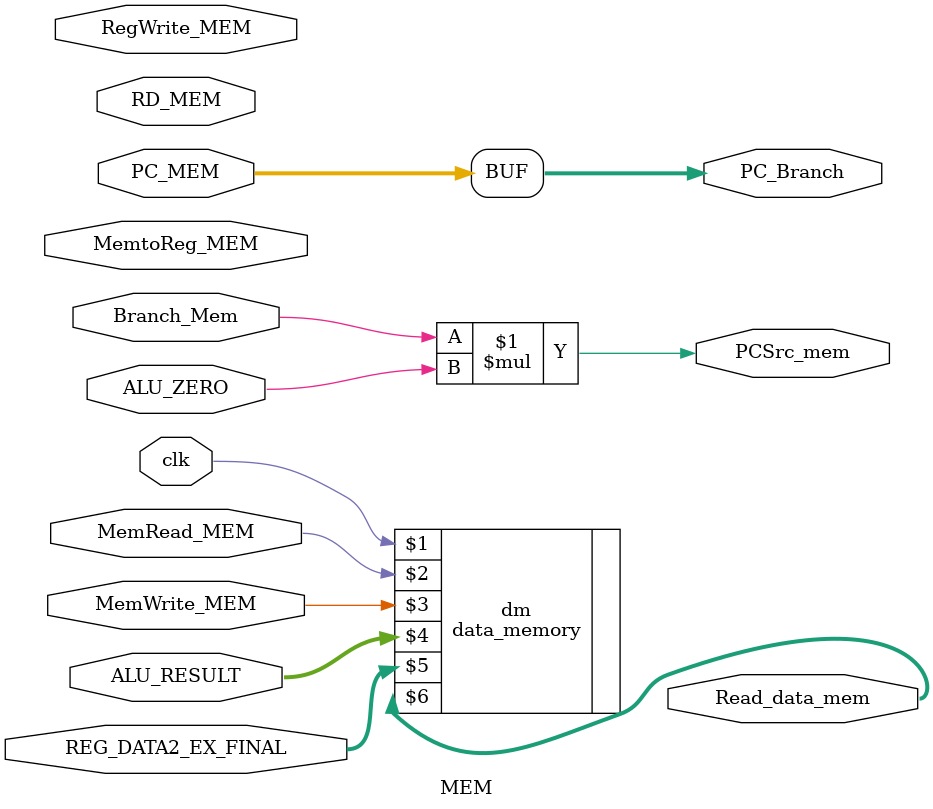
<source format=v>
`timescale 1ns / 1ps


module MEM(input clk,
           input[31:0] PC_MEM,
           input Branch_Mem,
           input ALU_ZERO,
           input[31:0] ALU_RESULT,
           input[31:0] REG_DATA2_EX_FINAL,
           input [4:0] RD_MEM,
           input RegWrite_MEM,
           input MemtoReg_MEM,
           input MemRead_MEM,
           input MemWrite_MEM,
           
           output[31:0] PC_Branch,
           output PCSrc_mem,
           output[31:0] Read_data_mem
    );
    assign PC_Branch = PC_MEM;
    assign PCSrc_mem = Branch_Mem * ALU_ZERO;
    data_memory dm(clk,MemRead_MEM,MemWrite_MEM,ALU_RESULT,REG_DATA2_EX_FINAL,Read_data_mem);
endmodule

</source>
